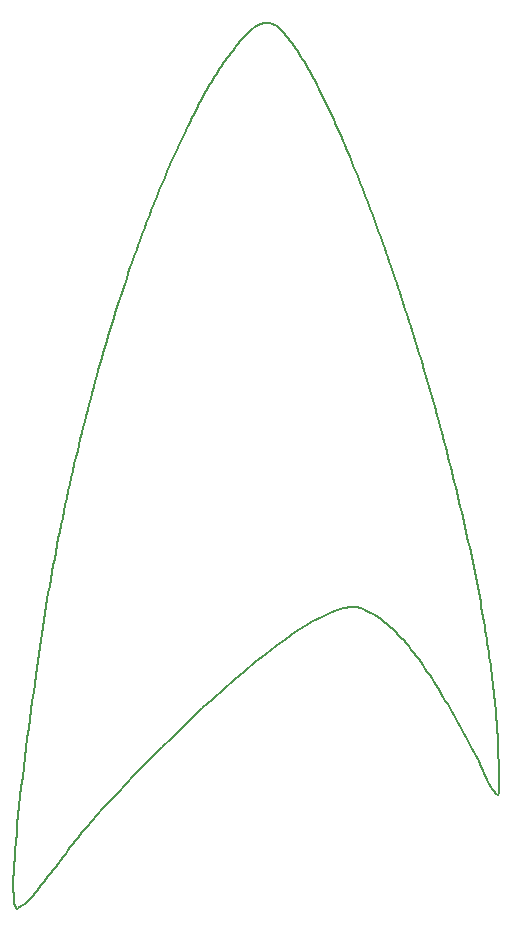
<source format=gbr>
%TF.GenerationSoftware,KiCad,Pcbnew,5.1.10*%
%TF.CreationDate,2021-10-21T14:21:38+02:00*%
%TF.ProjectId,ermerBeeperTHT,65726d65-7242-4656-9570-65725448542e,rev?*%
%TF.SameCoordinates,Original*%
%TF.FileFunction,Profile,NP*%
%FSLAX46Y46*%
G04 Gerber Fmt 4.6, Leading zero omitted, Abs format (unit mm)*
G04 Created by KiCad (PCBNEW 5.1.10) date 2021-10-21 14:21:38*
%MOMM*%
%LPD*%
G01*
G04 APERTURE LIST*
%TA.AperFunction,Profile*%
%ADD10C,0.200000*%
%TD*%
G04 APERTURE END LIST*
D10*
X51618583Y-82809035D02*
X51458078Y-82546053D01*
X51458078Y-82546053D02*
X51400798Y-82314773D01*
X51400798Y-82314773D02*
X51357941Y-82021493D01*
X51357941Y-82021493D02*
X51328838Y-81669605D01*
X51328838Y-81669605D02*
X51312819Y-81262503D01*
X51312819Y-81262503D02*
X51309217Y-80803581D01*
X51309217Y-80803581D02*
X51317362Y-80296233D01*
X51317362Y-80296233D02*
X51336584Y-79743852D01*
X51336584Y-79743852D02*
X51366216Y-79149831D01*
X51366216Y-79149831D02*
X51405588Y-78517566D01*
X51405588Y-78517566D02*
X51454031Y-77850448D01*
X51454031Y-77850448D02*
X51510875Y-77151872D01*
X51510875Y-77151872D02*
X51575453Y-76425232D01*
X51575453Y-76425232D02*
X51647095Y-75673921D01*
X51647095Y-75673921D02*
X51725133Y-74901332D01*
X51725133Y-74901332D02*
X51808896Y-74110860D01*
X51808896Y-74110860D02*
X51897716Y-73305898D01*
X51897716Y-73305898D02*
X51990925Y-72489839D01*
X51990925Y-72489839D02*
X52087853Y-71666078D01*
X52087853Y-71666078D02*
X52187831Y-70838008D01*
X52187831Y-70838008D02*
X52290190Y-70009023D01*
X52290190Y-70009023D02*
X52394262Y-69182515D01*
X52394262Y-69182515D02*
X52499377Y-68361880D01*
X52499377Y-68361880D02*
X52604866Y-67550510D01*
X52604866Y-67550510D02*
X52710061Y-66751800D01*
X52710061Y-66751800D02*
X52814291Y-65969142D01*
X52814291Y-65969142D02*
X52916890Y-65205931D01*
X52916890Y-65205931D02*
X53017186Y-64465559D01*
X53017186Y-64465559D02*
X53114512Y-63751422D01*
X53114512Y-63751422D02*
X53208199Y-63066912D01*
X53208199Y-63066912D02*
X53297577Y-62415424D01*
X80761204Y-57394533D02*
X80343375Y-57287935D01*
X80343375Y-57287935D02*
X79865231Y-57276346D01*
X79865231Y-57276346D02*
X79330813Y-57354676D01*
X79330813Y-57354676D02*
X78744164Y-57517840D01*
X78744164Y-57517840D02*
X78109324Y-57760749D01*
X78109324Y-57760749D02*
X77430337Y-58078316D01*
X77430337Y-58078316D02*
X76711244Y-58465454D01*
X76711244Y-58465454D02*
X75956087Y-58917076D01*
X75956087Y-58917076D02*
X75168909Y-59428095D01*
X75168909Y-59428095D02*
X74353751Y-59993423D01*
X74353751Y-59993423D02*
X73514655Y-60607972D01*
X73514655Y-60607972D02*
X72655663Y-61266656D01*
X72655663Y-61266656D02*
X71780818Y-61964388D01*
X71780818Y-61964388D02*
X70894161Y-62696079D01*
X70894161Y-62696079D02*
X69999734Y-63456644D01*
X69999734Y-63456644D02*
X69101580Y-64240994D01*
X69101580Y-64240994D02*
X68203739Y-65044042D01*
X68203739Y-65044042D02*
X67310256Y-65860701D01*
X67310256Y-65860701D02*
X66425170Y-66685883D01*
X66425170Y-66685883D02*
X65552525Y-67514502D01*
X65552525Y-67514502D02*
X64696362Y-68341470D01*
X64696362Y-68341470D02*
X63860724Y-69161700D01*
X63860724Y-69161700D02*
X63049652Y-69970105D01*
X63049652Y-69970105D02*
X62267188Y-70761596D01*
X62267188Y-70761596D02*
X61517374Y-71531088D01*
X61517374Y-71531088D02*
X60804253Y-72273492D01*
X60804253Y-72273492D02*
X60131867Y-72983722D01*
X60131867Y-72983722D02*
X59504256Y-73656690D01*
X59504256Y-73656690D02*
X58925465Y-74287309D01*
X58925465Y-74287309D02*
X58399533Y-74870491D01*
X58399533Y-74870491D02*
X57930504Y-75401150D01*
X57930504Y-75401150D02*
X57522420Y-75874198D01*
X73023882Y-7835774D02*
X73242908Y-7899709D01*
X73242908Y-7899709D02*
X73434179Y-7987107D01*
X73434179Y-7987107D02*
X73628802Y-8106520D01*
X73628802Y-8106520D02*
X73793610Y-8231802D01*
X73793610Y-8231802D02*
X73960854Y-8381640D01*
X73960854Y-8381640D02*
X74062391Y-8483769D01*
X79799938Y-19196074D02*
X79949965Y-19559391D01*
X79949965Y-19559391D02*
X80098926Y-19923158D01*
X80098926Y-19923158D02*
X80246832Y-20287366D01*
X80246832Y-20287366D02*
X80393698Y-20652007D01*
X80393698Y-20652007D02*
X80539536Y-21017072D01*
X80539536Y-21017072D02*
X80684361Y-21382551D01*
X80684361Y-21382551D02*
X80828187Y-21748436D01*
X80828187Y-21748436D02*
X80971026Y-22114717D01*
X80971026Y-22114717D02*
X81112892Y-22481388D01*
X81112892Y-22481388D02*
X81253799Y-22848437D01*
X81253799Y-22848437D02*
X81393760Y-23215857D01*
X81393760Y-23215857D02*
X81532789Y-23583638D01*
X81532789Y-23583638D02*
X81670900Y-23951773D01*
X81670900Y-23951773D02*
X81808105Y-24320251D01*
X81808105Y-24320251D02*
X81944419Y-24689064D01*
X81944419Y-24689064D02*
X82079856Y-25058204D01*
X82079856Y-25058204D02*
X82214427Y-25427661D01*
X82214427Y-25427661D02*
X82348149Y-25797427D01*
X82348149Y-25797427D02*
X82481032Y-26167493D01*
X82481032Y-26167493D02*
X82613092Y-26537849D01*
X82613092Y-26537849D02*
X82744342Y-26908488D01*
X82744342Y-26908488D02*
X82874796Y-27279400D01*
X82874796Y-27279400D02*
X83004466Y-27650576D01*
X83004466Y-27650576D02*
X83133367Y-28022008D01*
X83133367Y-28022008D02*
X83261512Y-28393686D01*
X83261512Y-28393686D02*
X83388915Y-28765603D01*
X83388915Y-28765603D02*
X83515589Y-29137748D01*
X83515589Y-29137748D02*
X83641547Y-29510114D01*
X83641547Y-29510114D02*
X83766804Y-29882691D01*
X83766804Y-29882691D02*
X83891373Y-30255471D01*
X83891373Y-30255471D02*
X84015267Y-30628444D01*
X84015267Y-30628444D02*
X84138501Y-31001603D01*
X87702477Y-64910849D02*
X87546675Y-64654921D01*
X87546675Y-64654921D02*
X87387790Y-64394636D01*
X87387790Y-64394636D02*
X87225734Y-64130566D01*
X87225734Y-64130566D02*
X87060422Y-63863281D01*
X87060422Y-63863281D02*
X86891768Y-63593354D01*
X86891768Y-63593354D02*
X86719686Y-63321357D01*
X86719686Y-63321357D02*
X86544091Y-63047859D01*
X86544091Y-63047859D02*
X86364897Y-62773433D01*
X86364897Y-62773433D02*
X86182017Y-62498651D01*
X86182017Y-62498651D02*
X85995366Y-62224083D01*
X85995366Y-62224083D02*
X85804858Y-61950301D01*
X85804858Y-61950301D02*
X85610408Y-61677877D01*
X85610408Y-61677877D02*
X85411928Y-61407382D01*
X85411928Y-61407382D02*
X85209334Y-61139388D01*
X85209334Y-61139388D02*
X85002540Y-60874466D01*
X85002540Y-60874466D02*
X84791460Y-60613187D01*
X84791460Y-60613187D02*
X84576008Y-60356122D01*
X84576008Y-60356122D02*
X84356097Y-60103845D01*
X84356097Y-60103845D02*
X84131643Y-59856925D01*
X84131643Y-59856925D02*
X83902560Y-59615934D01*
X83902560Y-59615934D02*
X83668761Y-59381444D01*
X83668761Y-59381444D02*
X83430161Y-59154026D01*
X83430161Y-59154026D02*
X83186673Y-58934251D01*
X83186673Y-58934251D02*
X82938213Y-58722692D01*
X82938213Y-58722692D02*
X82684694Y-58519919D01*
X82684694Y-58519919D02*
X82426030Y-58326504D01*
X82426030Y-58326504D02*
X82162136Y-58143019D01*
X82162136Y-58143019D02*
X81892926Y-57970034D01*
X81892926Y-57970034D02*
X81618313Y-57808121D01*
X81618313Y-57808121D02*
X81338212Y-57657853D01*
X81338212Y-57657853D02*
X81052538Y-57519799D01*
X81052538Y-57519799D02*
X80761204Y-57394533D01*
X57522420Y-75874198D02*
X57335825Y-76096513D01*
X57335825Y-76096513D02*
X57145051Y-76329246D01*
X57145051Y-76329246D02*
X56950530Y-76571319D01*
X56950530Y-76571319D02*
X56752691Y-76821653D01*
X56752691Y-76821653D02*
X56551968Y-77079172D01*
X56551968Y-77079172D02*
X56348791Y-77342796D01*
X56348791Y-77342796D02*
X56143592Y-77611449D01*
X56143592Y-77611449D02*
X55936803Y-77884052D01*
X55936803Y-77884052D02*
X55728855Y-78159527D01*
X55728855Y-78159527D02*
X55520179Y-78436797D01*
X55520179Y-78436797D02*
X55311207Y-78714783D01*
X55311207Y-78714783D02*
X55102370Y-78992408D01*
X55102370Y-78992408D02*
X54894101Y-79268594D01*
X54894101Y-79268594D02*
X54686830Y-79542262D01*
X54686830Y-79542262D02*
X54480989Y-79812335D01*
X54480989Y-79812335D02*
X54277009Y-80077735D01*
X54277009Y-80077735D02*
X54075322Y-80337385D01*
X54075322Y-80337385D02*
X53876359Y-80590205D01*
X53876359Y-80590205D02*
X53680553Y-80835119D01*
X53680553Y-80835119D02*
X53488334Y-81071048D01*
X53488334Y-81071048D02*
X53300133Y-81296914D01*
X53300133Y-81296914D02*
X53116383Y-81511640D01*
X53116383Y-81511640D02*
X52937515Y-81714148D01*
X52937515Y-81714148D02*
X52763961Y-81903359D01*
X52763961Y-81903359D02*
X52596151Y-82078196D01*
X52596151Y-82078196D02*
X52434517Y-82237581D01*
X52434517Y-82237581D02*
X52279491Y-82380436D01*
X52279491Y-82380436D02*
X51990989Y-82612245D01*
X51990989Y-82612245D02*
X51734097Y-82764998D01*
X51734097Y-82764998D02*
X51618583Y-82809035D01*
X91085139Y-58138011D02*
X91147960Y-58507278D01*
X91147960Y-58507278D02*
X91209861Y-58876828D01*
X91209861Y-58876828D02*
X91270788Y-59246654D01*
X91270788Y-59246654D02*
X91330689Y-59616748D01*
X91330689Y-59616748D02*
X91389510Y-59987106D01*
X91389510Y-59987106D02*
X91447199Y-60357719D01*
X91447199Y-60357719D02*
X91503701Y-60728581D01*
X91503701Y-60728581D02*
X91558965Y-61099685D01*
X91558965Y-61099685D02*
X91612937Y-61471026D01*
X91612937Y-61471026D02*
X91665564Y-61842595D01*
X91665564Y-61842595D02*
X91716794Y-62214387D01*
X91716794Y-62214387D02*
X91766572Y-62586394D01*
X91766572Y-62586394D02*
X91814847Y-62958610D01*
X91814847Y-62958610D02*
X91861564Y-63331029D01*
X91861564Y-63331029D02*
X91906671Y-63703644D01*
X91906671Y-63703644D02*
X91950116Y-64076447D01*
X91950116Y-64076447D02*
X91991844Y-64449433D01*
X91991844Y-64449433D02*
X92031803Y-64822594D01*
X92031803Y-64822594D02*
X92069940Y-65195924D01*
X92069940Y-65195924D02*
X92106201Y-65569417D01*
X92106201Y-65569417D02*
X92140534Y-65943065D01*
X92140534Y-65943065D02*
X92172886Y-66316862D01*
X92172886Y-66316862D02*
X92203204Y-66690801D01*
X92203204Y-66690801D02*
X92231434Y-67064876D01*
X92231434Y-67064876D02*
X92257524Y-67439079D01*
X92257524Y-67439079D02*
X92281420Y-67813405D01*
X92281420Y-67813405D02*
X92303070Y-68187846D01*
X92303070Y-68187846D02*
X92322420Y-68562396D01*
X92322420Y-68562396D02*
X92339418Y-68937049D01*
X92339418Y-68937049D02*
X92354010Y-69311796D01*
X92354010Y-69311796D02*
X92366143Y-69686633D01*
X92366143Y-69686633D02*
X92375765Y-70061552D01*
X73023882Y-7835774D02*
X73023882Y-7835774D01*
X88119810Y-44550496D02*
X88228221Y-44971339D01*
X88228221Y-44971339D02*
X88335791Y-45392427D01*
X88335791Y-45392427D02*
X88442504Y-45813760D01*
X88442504Y-45813760D02*
X88548340Y-46235338D01*
X88548340Y-46235338D02*
X88653282Y-46657160D01*
X88653282Y-46657160D02*
X88757314Y-47079226D01*
X88757314Y-47079226D02*
X88860418Y-47501537D01*
X88860418Y-47501537D02*
X88962575Y-47924091D01*
X88962575Y-47924091D02*
X89063769Y-48346888D01*
X89063769Y-48346888D02*
X89163983Y-48769929D01*
X89163983Y-48769929D02*
X89263198Y-49193213D01*
X89263198Y-49193213D02*
X89361397Y-49616740D01*
X89361397Y-49616740D02*
X89458563Y-50040510D01*
X89458563Y-50040510D02*
X89554678Y-50464523D01*
X89554678Y-50464523D02*
X89649725Y-50888778D01*
X89649725Y-50888778D02*
X89743686Y-51313275D01*
X89743686Y-51313275D02*
X89836544Y-51738014D01*
X89836544Y-51738014D02*
X89928281Y-52162995D01*
X89928281Y-52162995D02*
X90018881Y-52588218D01*
X90018881Y-52588218D02*
X90108324Y-53013682D01*
X90108324Y-53013682D02*
X90196594Y-53439387D01*
X90196594Y-53439387D02*
X90283674Y-53865334D01*
X90283674Y-53865334D02*
X90369545Y-54291521D01*
X90369545Y-54291521D02*
X90454191Y-54717949D01*
X90454191Y-54717949D02*
X90537594Y-55144617D01*
X90537594Y-55144617D02*
X90619736Y-55571525D01*
X90619736Y-55571525D02*
X90700600Y-55998674D01*
X90700600Y-55998674D02*
X90780169Y-56426062D01*
X90780169Y-56426062D02*
X90858425Y-56853690D01*
X90858425Y-56853690D02*
X90935350Y-57281558D01*
X90935350Y-57281558D02*
X91010927Y-57709665D01*
X91010927Y-57709665D02*
X91085139Y-58138011D01*
X61216208Y-28525488D02*
X61346040Y-28150251D01*
X61346040Y-28150251D02*
X61476869Y-27775273D01*
X61476869Y-27775273D02*
X61608719Y-27400577D01*
X61608719Y-27400577D02*
X61741620Y-27026181D01*
X61741620Y-27026181D02*
X61875598Y-26652108D01*
X61875598Y-26652108D02*
X62010681Y-26278378D01*
X62010681Y-26278378D02*
X62146896Y-25905012D01*
X62146896Y-25905012D02*
X62284270Y-25532030D01*
X62284270Y-25532030D02*
X62422830Y-25159454D01*
X62422830Y-25159454D02*
X62562604Y-24787304D01*
X62562604Y-24787304D02*
X62703620Y-24415601D01*
X62703620Y-24415601D02*
X62845903Y-24044366D01*
X62845903Y-24044366D02*
X62989483Y-23673620D01*
X62989483Y-23673620D02*
X63134385Y-23303383D01*
X63134385Y-23303383D02*
X63280638Y-22933677D01*
X63280638Y-22933677D02*
X63428269Y-22564522D01*
X63428269Y-22564522D02*
X63577304Y-22195939D01*
X63577304Y-22195939D02*
X63727772Y-21827949D01*
X63727772Y-21827949D02*
X63879699Y-21460573D01*
X63879699Y-21460573D02*
X64033114Y-21093831D01*
X64033114Y-21093831D02*
X64188042Y-20727744D01*
X64188042Y-20727744D02*
X64344512Y-20362334D01*
X64344512Y-20362334D02*
X64502551Y-19997621D01*
X64502551Y-19997621D02*
X64662185Y-19633625D01*
X64662185Y-19633625D02*
X64823443Y-19270368D01*
X64823443Y-19270368D02*
X64986352Y-18907870D01*
X64986352Y-18907870D02*
X65150939Y-18546153D01*
X65150939Y-18546153D02*
X65317231Y-18185237D01*
X65317231Y-18185237D02*
X65485256Y-17825143D01*
X65485256Y-17825143D02*
X65655041Y-17465891D01*
X65655041Y-17465891D02*
X65826613Y-17107503D01*
X65826613Y-17107503D02*
X66000000Y-16750000D01*
X90487569Y-69885606D02*
X90318470Y-69571953D01*
X90318470Y-69571953D02*
X90149421Y-69258261D01*
X90149421Y-69258261D02*
X89980268Y-68944616D01*
X89980268Y-68944616D02*
X89810858Y-68631104D01*
X89810858Y-68631104D02*
X89641040Y-68317813D01*
X89641040Y-68317813D02*
X89470661Y-68004828D01*
X89470661Y-68004828D02*
X89299568Y-67692236D01*
X89299568Y-67692236D02*
X89127610Y-67380123D01*
X89127610Y-67380123D02*
X88954633Y-67068576D01*
X88954633Y-67068576D02*
X88780486Y-66757681D01*
X88780486Y-66757681D02*
X88605015Y-66447525D01*
X88605015Y-66447525D02*
X88428068Y-66138194D01*
X88428068Y-66138194D02*
X88249493Y-65829774D01*
X88249493Y-65829774D02*
X88069138Y-65522352D01*
X88069138Y-65522352D02*
X87886850Y-65216015D01*
X87886850Y-65216015D02*
X87702477Y-64910849D01*
X56739247Y-44034460D02*
X56857073Y-43543784D01*
X56857073Y-43543784D02*
X56976212Y-43053413D01*
X56976212Y-43053413D02*
X57096675Y-42563354D01*
X57096675Y-42563354D02*
X57218473Y-42073616D01*
X57218473Y-42073616D02*
X57341616Y-41584208D01*
X57341616Y-41584208D02*
X57466117Y-41095137D01*
X57466117Y-41095137D02*
X57591986Y-40606412D01*
X57591986Y-40606412D02*
X57719235Y-40118041D01*
X57719235Y-40118041D02*
X57847875Y-39630034D01*
X57847875Y-39630034D02*
X57977917Y-39142398D01*
X57977917Y-39142398D02*
X58109371Y-38655142D01*
X58109371Y-38655142D02*
X58242251Y-38168275D01*
X58242251Y-38168275D02*
X58376566Y-37681804D01*
X58376566Y-37681804D02*
X58512327Y-37195738D01*
X58512327Y-37195738D02*
X58649547Y-36710086D01*
X58649547Y-36710086D02*
X58788236Y-36224857D01*
X58788236Y-36224857D02*
X58928405Y-35740058D01*
X58928405Y-35740058D02*
X59070066Y-35255698D01*
X59070066Y-35255698D02*
X59213230Y-34771785D01*
X59213230Y-34771785D02*
X59357908Y-34288329D01*
X59357908Y-34288329D02*
X59504111Y-33805336D01*
X59504111Y-33805336D02*
X59651850Y-33322817D01*
X59651850Y-33322817D02*
X59801137Y-32840779D01*
X59801137Y-32840779D02*
X59951983Y-32359231D01*
X59951983Y-32359231D02*
X60104398Y-31878180D01*
X60104398Y-31878180D02*
X60258395Y-31397637D01*
X60258395Y-31397637D02*
X60413984Y-30917608D01*
X60413984Y-30917608D02*
X60571177Y-30438103D01*
X60571177Y-30438103D02*
X60729984Y-29959130D01*
X60729984Y-29959130D02*
X60890418Y-29480698D01*
X60890418Y-29480698D02*
X61052489Y-29002814D01*
X61052489Y-29002814D02*
X61216208Y-28525488D01*
X53297577Y-62415424D02*
X53378002Y-61836408D01*
X53378002Y-61836408D02*
X53460164Y-61257632D01*
X53460164Y-61257632D02*
X53544063Y-60679100D01*
X53544063Y-60679100D02*
X53629702Y-60100818D01*
X53629702Y-60100818D02*
X53717081Y-59522792D01*
X53717081Y-59522792D02*
X53806202Y-58945029D01*
X53806202Y-58945029D02*
X53897067Y-58367533D01*
X53897067Y-58367533D02*
X53989675Y-57790311D01*
X53989675Y-57790311D02*
X54084030Y-57213369D01*
X54084030Y-57213369D02*
X54180133Y-56636712D01*
X54180133Y-56636712D02*
X54277984Y-56060347D01*
X54277984Y-56060347D02*
X54377585Y-55484280D01*
X54377585Y-55484280D02*
X54478937Y-54908515D01*
X54478937Y-54908515D02*
X54582043Y-54333060D01*
X54582043Y-54333060D02*
X54686902Y-53757920D01*
X54686902Y-53757920D02*
X54793518Y-53183101D01*
X54793518Y-53183101D02*
X54901890Y-52608609D01*
X54901890Y-52608609D02*
X55012021Y-52034450D01*
X55012021Y-52034450D02*
X55123911Y-51460629D01*
X55123911Y-51460629D02*
X55237562Y-50887153D01*
X55237562Y-50887153D02*
X55352976Y-50314027D01*
X55352976Y-50314027D02*
X55470154Y-49741258D01*
X55470154Y-49741258D02*
X55589097Y-49168851D01*
X55589097Y-49168851D02*
X55709807Y-48596812D01*
X55709807Y-48596812D02*
X55832284Y-48025147D01*
X55832284Y-48025147D02*
X55956531Y-47453862D01*
X55956531Y-47453862D02*
X56082549Y-46882962D01*
X56082549Y-46882962D02*
X56210339Y-46312455D01*
X56210339Y-46312455D02*
X56339902Y-45742345D01*
X56339902Y-45742345D02*
X56471240Y-45172638D01*
X56471240Y-45172638D02*
X56604355Y-44603341D01*
X56604355Y-44603341D02*
X56739247Y-44034460D01*
X70364312Y-9568410D02*
X70514202Y-9393427D01*
X70514202Y-9393427D02*
X70665824Y-9218544D01*
X70665824Y-9218544D02*
X70819271Y-9045645D01*
X70819271Y-9045645D02*
X70974640Y-8876612D01*
X70974640Y-8876612D02*
X71132027Y-8713332D01*
X71132027Y-8713332D02*
X71291528Y-8557688D01*
X71291528Y-8557688D02*
X71453239Y-8411564D01*
X71453239Y-8411564D02*
X71617255Y-8276845D01*
X71617255Y-8276845D02*
X71783672Y-8155414D01*
X71783672Y-8155414D02*
X72038010Y-8002308D01*
X72038010Y-8002308D02*
X72298290Y-7889700D01*
X72298290Y-7889700D02*
X72564836Y-7823952D01*
X72564836Y-7823952D02*
X72837971Y-7811421D01*
X72837971Y-7811421D02*
X73023882Y-7835774D01*
X75762842Y-10837580D02*
X75911804Y-11086234D01*
X75911804Y-11086234D02*
X76058798Y-11336117D01*
X76058798Y-11336117D02*
X76203873Y-11587187D01*
X76203873Y-11587187D02*
X76347080Y-11839400D01*
X76347080Y-11839400D02*
X76488468Y-12092716D01*
X76488468Y-12092716D02*
X76628087Y-12347092D01*
X76628087Y-12347092D02*
X76765985Y-12602487D01*
X76765985Y-12602487D02*
X76902214Y-12858859D01*
X76902214Y-12858859D02*
X77036823Y-13116166D01*
X77036823Y-13116166D02*
X77169861Y-13374367D01*
X77169861Y-13374367D02*
X77301378Y-13633419D01*
X77301378Y-13633419D02*
X77431424Y-13893280D01*
X77431424Y-13893280D02*
X77560048Y-14153909D01*
X77560048Y-14153909D02*
X77687301Y-14415264D01*
X77687301Y-14415264D02*
X77813232Y-14677303D01*
X77813232Y-14677303D02*
X77937890Y-14939984D01*
X77937890Y-14939984D02*
X78061326Y-15203265D01*
X78061326Y-15203265D02*
X78183589Y-15467105D01*
X78183589Y-15467105D02*
X78304728Y-15731462D01*
X78304728Y-15731462D02*
X78424794Y-15996293D01*
X78424794Y-15996293D02*
X78543836Y-16261557D01*
X78543836Y-16261557D02*
X78661904Y-16527213D01*
X78661904Y-16527213D02*
X78779047Y-16793217D01*
X78779047Y-16793217D02*
X78895316Y-17059530D01*
X78895316Y-17059530D02*
X79010759Y-17326107D01*
X79010759Y-17326107D02*
X79125428Y-17592909D01*
X79125428Y-17592909D02*
X79239370Y-17859892D01*
X79239370Y-17859892D02*
X79352637Y-18127016D01*
X79352637Y-18127016D02*
X79465277Y-18394237D01*
X79465277Y-18394237D02*
X79577341Y-18661516D01*
X79577341Y-18661516D02*
X79688878Y-18928808D01*
X79688878Y-18928808D02*
X79799938Y-19196074D01*
X84138501Y-31001603D02*
X84276174Y-31420956D01*
X84276174Y-31420956D02*
X84413004Y-31840590D01*
X84413004Y-31840590D02*
X84548989Y-32260503D01*
X84548989Y-32260503D02*
X84684128Y-32680693D01*
X84684128Y-32680693D02*
X84818420Y-33101158D01*
X84818420Y-33101158D02*
X84951864Y-33521896D01*
X84951864Y-33521896D02*
X85084458Y-33942905D01*
X85084458Y-33942905D02*
X85216202Y-34364184D01*
X85216202Y-34364184D02*
X85347094Y-34785729D01*
X85347094Y-34785729D02*
X85477133Y-35207540D01*
X85477133Y-35207540D02*
X85606318Y-35629614D01*
X85606318Y-35629614D02*
X85734648Y-36051949D01*
X85734648Y-36051949D02*
X85862121Y-36474544D01*
X85862121Y-36474544D02*
X85988736Y-36897396D01*
X85988736Y-36897396D02*
X86114493Y-37320503D01*
X86114493Y-37320503D02*
X86239390Y-37743864D01*
X86239390Y-37743864D02*
X86363425Y-38167476D01*
X86363425Y-38167476D02*
X86486598Y-38591337D01*
X86486598Y-38591337D02*
X86608907Y-39015446D01*
X86608907Y-39015446D02*
X86730352Y-39439801D01*
X86730352Y-39439801D02*
X86850931Y-39864399D01*
X86850931Y-39864399D02*
X86970643Y-40289239D01*
X86970643Y-40289239D02*
X87089486Y-40714319D01*
X87089486Y-40714319D02*
X87207460Y-41139636D01*
X87207460Y-41139636D02*
X87324563Y-41565189D01*
X87324563Y-41565189D02*
X87440795Y-41990976D01*
X87440795Y-41990976D02*
X87556153Y-42416995D01*
X87556153Y-42416995D02*
X87670637Y-42843243D01*
X87670637Y-42843243D02*
X87784246Y-43269719D01*
X87784246Y-43269719D02*
X87896979Y-43696421D01*
X87896979Y-43696421D02*
X88008834Y-44123347D01*
X88008834Y-44123347D02*
X88119810Y-44550496D01*
X92332854Y-73153477D02*
X92136880Y-73081124D01*
X92136880Y-73081124D02*
X91963190Y-72883617D01*
X91963190Y-72883617D02*
X91838142Y-72697486D01*
X91838142Y-72697486D02*
X91707844Y-72476345D01*
X91707844Y-72476345D02*
X91574145Y-72227527D01*
X91574145Y-72227527D02*
X91438893Y-71958366D01*
X91438893Y-71958366D02*
X91303933Y-71676198D01*
X91303933Y-71676198D02*
X91171115Y-71388356D01*
X91171115Y-71388356D02*
X91042285Y-71102174D01*
X91042285Y-71102174D02*
X90919291Y-70824987D01*
X90919291Y-70824987D02*
X90803980Y-70564129D01*
X90803980Y-70564129D02*
X90698199Y-70326934D01*
X90698199Y-70326934D02*
X90603797Y-70120737D01*
X90603797Y-70120737D02*
X90487569Y-69885606D01*
X74062391Y-8483769D02*
X74246643Y-8683591D01*
X74246643Y-8683591D02*
X74424363Y-8889733D01*
X74424363Y-8889733D02*
X74596033Y-9101502D01*
X74596033Y-9101502D02*
X74762135Y-9318201D01*
X74762135Y-9318201D02*
X74923153Y-9539137D01*
X74923153Y-9539137D02*
X75079569Y-9763614D01*
X75079569Y-9763614D02*
X75231865Y-9990937D01*
X75231865Y-9990937D02*
X75380525Y-10220412D01*
X75380525Y-10220412D02*
X75526030Y-10451343D01*
X75526030Y-10451343D02*
X75668864Y-10683037D01*
X75668864Y-10683037D02*
X75762842Y-10837580D01*
X92375765Y-70061552D02*
X92381431Y-70261560D01*
X92381431Y-70261560D02*
X92389483Y-70473526D01*
X92389483Y-70473526D02*
X92399170Y-70694695D01*
X92399170Y-70694695D02*
X92409743Y-70922310D01*
X92409743Y-70922310D02*
X92420453Y-71153616D01*
X92420453Y-71153616D02*
X92430549Y-71385858D01*
X92430549Y-71385858D02*
X92439282Y-71616279D01*
X92439282Y-71616279D02*
X92445903Y-71842124D01*
X92445903Y-71842124D02*
X92449661Y-72060638D01*
X92449661Y-72060638D02*
X92449808Y-72269064D01*
X92449808Y-72269064D02*
X92441615Y-72556762D01*
X92441615Y-72556762D02*
X92421078Y-72806264D01*
X92421078Y-72806264D02*
X92385668Y-73008269D01*
X92385668Y-73008269D02*
X92332854Y-73153477D01*
X66000000Y-16750000D02*
X66114604Y-16515786D01*
X66114604Y-16515786D02*
X66229948Y-16281298D01*
X66229948Y-16281298D02*
X66346098Y-16046626D01*
X66346098Y-16046626D02*
X66463121Y-15811862D01*
X66463121Y-15811862D02*
X66581082Y-15577095D01*
X66581082Y-15577095D02*
X66700049Y-15342416D01*
X66700049Y-15342416D02*
X66820088Y-15107917D01*
X66820088Y-15107917D02*
X66941266Y-14873686D01*
X66941266Y-14873686D02*
X67063649Y-14639816D01*
X67063649Y-14639816D02*
X67187304Y-14406396D01*
X67187304Y-14406396D02*
X67312298Y-14173516D01*
X67312298Y-14173516D02*
X67438697Y-13941269D01*
X67438697Y-13941269D02*
X67566567Y-13709744D01*
X67566567Y-13709744D02*
X67695976Y-13479031D01*
X67695976Y-13479031D02*
X67826990Y-13249221D01*
X67826990Y-13249221D02*
X67959676Y-13020406D01*
X67959676Y-13020406D02*
X68094099Y-12792674D01*
X68094099Y-12792674D02*
X68230327Y-12566118D01*
X68230327Y-12566118D02*
X68368427Y-12340827D01*
X68368427Y-12340827D02*
X68508464Y-12116892D01*
X68508464Y-12116892D02*
X68650506Y-11894404D01*
X68650506Y-11894404D02*
X68794620Y-11673453D01*
X68794620Y-11673453D02*
X68940870Y-11454130D01*
X68940870Y-11454130D02*
X69089325Y-11236525D01*
X69089325Y-11236525D02*
X69240051Y-11020728D01*
X69240051Y-11020728D02*
X69393115Y-10806832D01*
X69393115Y-10806832D02*
X69548582Y-10594925D01*
X69548582Y-10594925D02*
X69706520Y-10385098D01*
X69706520Y-10385098D02*
X69866996Y-10177443D01*
X69866996Y-10177443D02*
X70030075Y-9972050D01*
X70030075Y-9972050D02*
X70195825Y-9769008D01*
X70195825Y-9769008D02*
X70364312Y-9568410D01*
M02*

</source>
